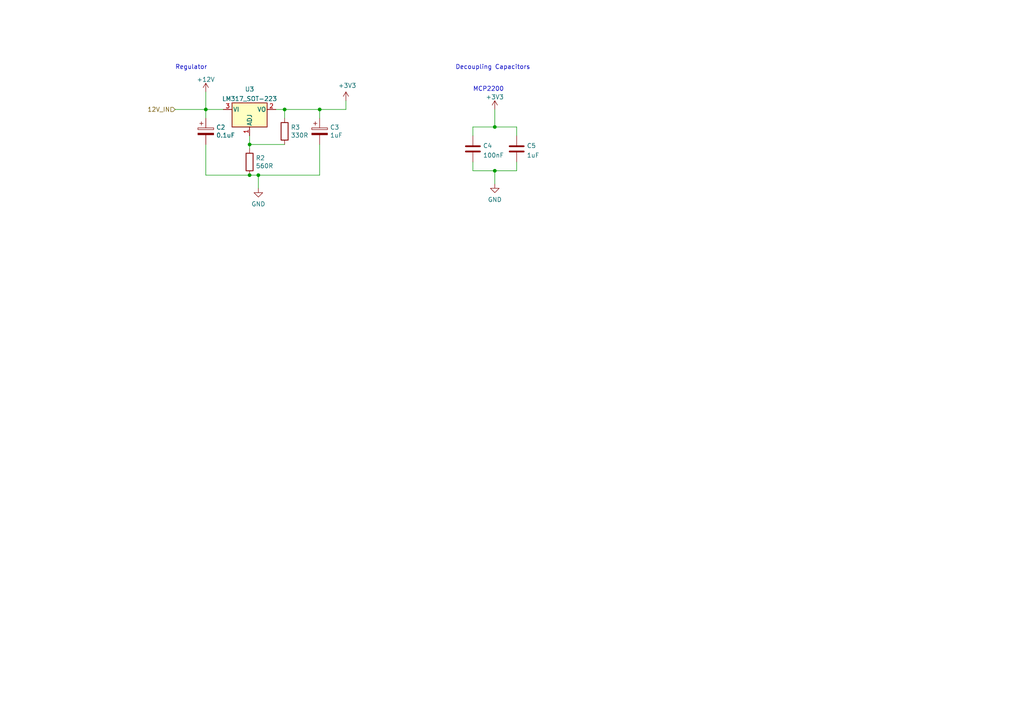
<source format=kicad_sch>
(kicad_sch (version 20211123) (generator eeschema)
  (paper "A4")
  (title_block (title "8 Channel Relay") (date "2022-03-20") (rev "1.0.1") (company "Matthew Nickson") (comment 1 "Licence: CC-BY-SA-4.0"))
  (lib_symbols
    (symbol "Device:C" (pin_numbers hide) (pin_names (offset 0.254))
      (property "Reference" "C" (at 0.635 2.54 0))
      (property "Value" "C" (at 0.635 -2.54 0))
      (symbol "C_0_1"
        (polyline (pts (xy -2.032 -0.762) (xy 2.032 -0.762)) (stroke (width 0.508)))
        (polyline (pts (xy -2.032 0.762) (xy 2.032 0.762)) (stroke (width 0.508)))
      )
      (symbol "C_1_1"
        (pin passive line (at 0 3.81 270) (length 2.794) (name "~") (number "1"))
        (pin passive line (at 0 -3.81 90) (length 2.794) (name "~") (number "2"))
      )
    )
    (symbol "Device:CP" (pin_numbers hide) (pin_names (offset 0.254))
      (property "Reference" "C" (at 0.635 2.54 0))
      (property "Value" "Device_CP" (at 0.635 -2.54 0))
      (symbol "CP_0_1"
        (rectangle (start -2.286 0.508) (end 2.286 1.016))
        (polyline (pts (xy -1.778 2.286) (xy -0.762 2.286)))
        (polyline (pts (xy -1.27 2.794) (xy -1.27 1.778)))
        (rectangle (start 2.286 -0.508) (end -2.286 -1.016) (fill (type outline)))
      )
      (symbol "CP_1_1"
        (pin passive line (at 0 3.81 270) (length 2.794) (name "~") (number "1"))
        (pin passive line (at 0 -3.81 90) (length 2.794) (name "~") (number "2"))
      )
    )
    (symbol "Device:R" (pin_numbers hide) (pin_names (offset 0))
      (property "Reference" "R" (at 2.032 0 90))
      (property "Value" "R" (at 0 0 90))
      (symbol "R_0_1"
        (rectangle (start -1.016 -2.54) (end 1.016 2.54) (stroke (width 0.254)))
      )
      (symbol "R_1_1"
        (pin passive line (at 0 3.81 270) (length 1.27) (name "~") (number "1"))
        (pin passive line (at 0 -3.81 90) (length 1.27) (name "~") (number "2"))
      )
    )
    (symbol "Regulator_Linear:LM317_SOT-223" (pin_names (offset 0.254))
      (property "Reference" "U" (at -3.81 3.175 0))
      (property "Value" "LM317_SOT-223" (at 0 3.175 0))
      (symbol "LM317_SOT-223_0_1"
        (rectangle (start -5.08 1.905) (end 5.08 -5.08) (stroke (width 0.254)) (fill (type background)))
      )
      (symbol "LM317_SOT-223_1_1"
        (pin input line (at 0 -7.62 90) (length 2.54) (name "ADJ") (number "1"))
        (pin power_out line (at 7.62 0 180) (length 2.54) (name "VO") (number "2"))
        (pin power_in line (at -7.62 0 0) (length 2.54) (name "VI") (number "3"))
      )
    )
    (symbol "power:+12V" (power) (pin_names (offset 0))
      (property "Value" "+12V" (at 0 3.556 0))
      (symbol "+12V_0_1"
        (polyline (pts (xy -0.762 1.27) (xy 0 2.54)))
        (polyline (pts (xy 0 0) (xy 0 2.54)))
        (polyline (pts (xy 0 2.54) (xy 0.762 1.27)))
      )
      (symbol "+12V_1_1"
        (pin power_in line (at 0 0 90) (length 0) hide (name "+12V") (number "1"))
      )
    )
    (symbol "power:+3V3" (power) (pin_names (offset 0))
      (property "Value" "+3V3" (at 0 3.556 0))
      (symbol "+3V3_0_1"
        (polyline (pts (xy -0.762 1.27) (xy 0 2.54)))
        (polyline (pts (xy 0 0) (xy 0 2.54)))
        (polyline (pts (xy 0 2.54) (xy 0.762 1.27)))
      )
      (symbol "+3V3_1_1"
        (pin power_in line (at 0 0 90) (length 0) hide (name "+3V3") (number "1"))
      )
    )
    (symbol "power:GND" (power) (pin_names (offset 0))
      (property "Value" "GND" (at 0 -3.81 0))
      (symbol "GND_0_1"
        (polyline (pts (xy 0 0) (xy 0 -1.27) (xy 1.27 -1.27) (xy 0 -2.54) (xy -1.27 -1.27) (xy 0 -1.27)))
      )
      (symbol "GND_1_1"
        (pin power_in line (at 0 0 270) (length 0) hide (name "GND") (number "1"))
      )
    )
  )
  (junction (at 143.51 36.83))
  (junction (at 72.39 50.8))
  (junction (at 72.39 41.91))
  (junction (at 59.69 31.75))
  (junction (at 74.93 50.8))
  (junction (at 82.55 31.75))
  (junction (at 143.51 49.53))
  (junction (at 92.71 31.75))
  (wire (pts (xy 82.55 31.75) (xy 92.71 31.75)))
  (wire (pts (xy 80.01 31.75) (xy 82.55 31.75)))
  (wire (pts (xy 143.51 36.83) (xy 149.86 36.83)))
  (wire (pts (xy 59.69 50.8) (xy 72.39 50.8)))
  (wire (pts (xy 50.8 31.75) (xy 59.69 31.75)))
  (wire (pts (xy 92.71 34.29) (xy 92.71 31.75)))
  (wire (pts (xy 59.69 41.91) (xy 59.69 50.8)))
  (wire (pts (xy 100.33 31.75) (xy 100.33 29.21)))
  (wire (pts (xy 72.39 43.18) (xy 72.39 41.91)))
  (wire (pts (xy 137.16 46.99) (xy 137.16 49.53)))
  (wire (pts (xy 137.16 39.37) (xy 137.16 36.83)))
  (wire (pts (xy 149.86 36.83) (xy 149.86 39.37)))
  (wire (pts (xy 74.93 50.8) (xy 92.71 50.8)))
  (wire (pts (xy 143.51 49.53) (xy 143.51 53.34)))
  (wire (pts (xy 74.93 50.8) (xy 74.93 54.61)))
  (wire (pts (xy 143.51 49.53) (xy 149.86 49.53)))
  (wire (pts (xy 82.55 34.29) (xy 82.55 31.75)))
  (wire (pts (xy 137.16 36.83) (xy 143.51 36.83)))
  (wire (pts (xy 92.71 41.91) (xy 92.71 50.8)))
  (wire (pts (xy 59.69 31.75) (xy 64.77 31.75)))
  (wire (pts (xy 59.69 34.29) (xy 59.69 31.75)))
  (wire (pts (xy 59.69 26.67) (xy 59.69 31.75)))
  (wire (pts (xy 72.39 41.91) (xy 72.39 39.37)))
  (wire (pts (xy 82.55 41.91) (xy 72.39 41.91)))
  (wire (pts (xy 137.16 49.53) (xy 143.51 49.53)))
  (wire (pts (xy 143.51 31.75) (xy 143.51 36.83)))
  (wire (pts (xy 92.71 31.75) (xy 100.33 31.75)))
  (wire (pts (xy 72.39 50.8) (xy 74.93 50.8)))
  (wire (pts (xy 149.86 49.53) (xy 149.86 46.99)))
  (text "Regulator" (at 50.8 20.32 0) (effects (font (size 1.27 1.27)) (justify left bottom)))
  (text "Decoupling Capacitors" (at 132.08 20.32 0) (effects (font (size 1.27 1.27)) (justify left bottom)))
  (text "MCP2200" (at 137.16 26.67 0) (effects (font (size 1.27 1.27)) (justify left bottom)))
  (hierarchical_label "12V_IN" (shape input) (at 50.8 31.75 180))
  (symbol (lib_id "power:+3V3") (at 143.51 31.75 0) (unit 1)
    (property "Reference" "#PWR011" (effects hide))
    (property "Value" "+3V3" (at 143.51 28.1455 0))
  )
  (symbol (lib_id "Device:CP") (at 92.71 38.1 0) (unit 1)
    (property "Reference" "C3" (at 95.7072 36.9316 0) (effects (justify left)))
    (property "Value" "1uF" (at 95.7072 39.243 0) (effects (justify left)))
    (property "Footprint" "Capacitor_SMD:CP_Elec_4x3" (effects hide))
  )
  (symbol (lib_id "Device:R") (at 72.39 46.99 0) (unit 1)
    (property "Reference" "R2" (at 74.168 45.8216 0) (effects (justify left)))
    (property "Value" "560R" (at 74.168 48.133 0) (effects (justify left)))
    (property "Footprint" "Resistor_SMD:R_0805_2012Metric" (effects hide))
  )
  (symbol (lib_id "Device:C") (at 149.86 43.18 0) (unit 1)
    (property "Reference" "C5" (at 152.781 42.2715 0) (effects (justify left)))
    (property "Value" "1uF" (at 152.781 45.0466 0) (effects (justify left)))
    (property "Footprint" "Capacitor_SMD:CP_Elec_4x3" (effects hide))
  )
  (symbol (lib_id "power:GND") (at 74.93 54.61 0) (unit 1)
    (property "Reference" "#PWR09" (effects hide))
    (property "Value" "GND" (at 74.93 59.1725 0))
  )
  (symbol (lib_id "Device:R") (at 82.55 38.1 0) (unit 1)
    (property "Reference" "R3" (at 84.328 36.9316 0) (effects (justify left)))
    (property "Value" "330R" (at 84.328 39.243 0) (effects (justify left)))
    (property "Footprint" "Resistor_SMD:R_0805_2012Metric" (effects hide))
  )
  (symbol (lib_id "power:+3V3") (at 100.33 29.21 0) (unit 1)
    (property "Reference" "#PWR010" (effects hide))
    (property "Value" "+3V3" (at 100.711 24.8158 0))
  )
  (symbol (lib_id "Regulator_Linear:LM317_SOT-223") (at 72.39 31.75 0) (unit 1)
    (property "Reference" "U3" (at 72.39 25.8785 0))
    (property "Value" "LM317_SOT-223" (at 72.39 28.6536 0))
    (property "Footprint" "Package_TO_SOT_SMD:SOT-223-3_TabPin2" (effects hide))
    (property "Datasheet" "http://www.ti.com/lit/ds/symlink/lm317.pdf" (effects hide))
  )
  (symbol (lib_id "Device:CP") (at 59.69 38.1 0) (unit 1)
    (property "Reference" "C2" (at 62.6872 36.9316 0) (effects (justify left)))
    (property "Value" "0.1uF" (at 62.6872 39.243 0) (effects (justify left)))
    (property "Footprint" "Capacitor_SMD:CP_Elec_4x3" (effects hide))
  )
  (symbol (lib_id "Device:C") (at 137.16 43.18 0) (unit 1)
    (property "Reference" "C4" (at 140.081 42.2715 0) (effects (justify left)))
    (property "Value" "100nF" (at 140.081 45.0466 0) (effects (justify left)))
    (property "Footprint" "Capacitor_SMD:C_0805_2012Metric" (effects hide))
  )
  (symbol (lib_id "power:+12V") (at 59.69 26.67 0) (unit 1)
    (property "Reference" "#PWR?" (effects hide))
    (property "Value" "+12V" (at 59.69 23.0655 0))
  )
  (symbol (lib_id "power:GND") (at 143.51 53.34 0) (unit 1)
    (property "Reference" "#PWR012" (effects hide))
    (property "Value" "GND" (at 143.51 57.9025 0))
  )
)
</source>
